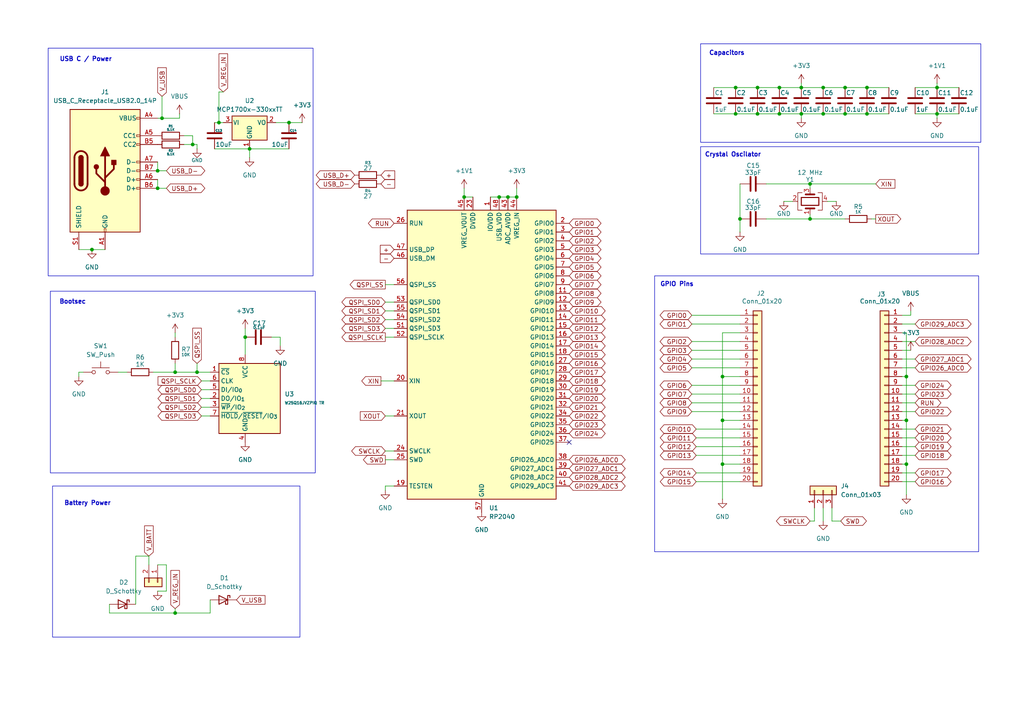
<source format=kicad_sch>
(kicad_sch (version 20250114) (generator "eeschema") (generator_version "9.0")
  (paper "A4")
  (lib_symbols
    (symbol "Connector:USB_C_Receptacle_USB2.0_14P" (pin_names (offset 1.016))
      (property "Reference" "J" (at 0 22.225 0))
      (property "Value" "USB_C_Receptacle_USB2.0_14P" (at 0 19.685 0))
      (symbol "USB_C_Receptacle_USB2.0_14P_1_1"
        (pin passive line (at -7.62 -22.86 90) (length 5.08) (name "SHIELD") (number "S1"))
        (pin passive line (at 0 -22.86 90) (length 5.08) (name "GND") (number "A1"))
        (pin passive line (at 0 -22.86 90) (length 5.08) (hide yes) (name "GND") (number "A12"))
        (pin passive line (at 0 -22.86 90) (length 5.08) (hide yes) (name "GND") (number "B1"))
        (pin passive line (at 0 -22.86 90) (length 5.08) (hide yes) (name "GND") (number "B12"))
        (pin passive line (at 15.24 15.24 180) (length 5.08) (name "VBUS") (number "A4"))
        (pin passive line (at 15.24 15.24 180) (length 5.08) (hide yes) (name "VBUS") (number "A9"))
        (pin passive line (at 15.24 15.24 180) (length 5.08) (hide yes) (name "VBUS") (number "B4"))
        (pin passive line (at 15.24 15.24 180) (length 5.08) (hide yes) (name "VBUS") (number "B9"))
        (pin bidirectional line (at 15.24 10.16 180) (length 5.08) (name "CC1") (number "A5"))
        (pin bidirectional line (at 15.24 7.62 180) (length 5.08) (name "CC2") (number "B5"))
        (pin bidirectional line (at 15.24 2.54 180) (length 5.08) (name "D-") (number "A7"))
        (pin bidirectional line (at 15.24 0 180) (length 5.08) (name "D-") (number "B7"))
        (pin bidirectional line (at 15.24 -2.54 180) (length 5.08) (name "D+") (number "A6"))
        (pin bidirectional line (at 15.24 -5.08 180) (length 5.08) (name "D+") (number "B6"))
      )
    )
    (symbol "Connector_Generic:Conn_01x02" (pin_names (offset 1.016) (hide yes))
      (property "Reference" "J" (at 0 2.54 0))
      (property "Value" "Conn_01x02" (at 0 -5.08 0))
      (symbol "Conn_01x02_1_1"
        (pin passive line (at -5.08 0 0) (length 3.81) (name "Pin_1") (number "1"))
        (pin passive line (at -5.08 -2.54 0) (length 3.81) (name "Pin_2") (number "2"))
      )
    )
    (symbol "Connector_Generic:Conn_01x03" (pin_names (offset 1.016) (hide yes))
      (property "Reference" "J" (at 0 5.08 0))
      (property "Value" "Conn_01x03" (at 0 -5.08 0))
      (symbol "Conn_01x03_1_1"
        (pin passive line (at -5.08 2.54 0) (length 3.81) (name "Pin_1") (number "1"))
        (pin passive line (at -5.08 0 0) (length 3.81) (name "Pin_2") (number "2"))
        (pin passive line (at -5.08 -2.54 0) (length 3.81) (name "Pin_3") (number "3"))
      )
    )
    (symbol "Connector_Generic:Conn_01x20" (pin_names (offset 1.016) (hide yes))
      (property "Reference" "J" (at 0 25.4 0))
      (property "Value" "Conn_01x20" (at 0 -27.94 0))
      (symbol "Conn_01x20_1_1"
        (pin passive line (at -5.08 22.86 0) (length 3.81) (name "Pin_1") (number "1"))
        (pin passive line (at -5.08 20.32 0) (length 3.81) (name "Pin_2") (number "2"))
        (pin passive line (at -5.08 17.78 0) (length 3.81) (name "Pin_3") (number "3"))
        (pin passive line (at -5.08 15.24 0) (length 3.81) (name "Pin_4") (number "4"))
        (pin passive line (at -5.08 12.7 0) (length 3.81) (name "Pin_5") (number "5"))
        (pin passive line (at -5.08 10.16 0) (length 3.81) (name "Pin_6") (number "6"))
        (pin passive line (at -5.08 7.62 0) (length 3.81) (name "Pin_7") (number "7"))
        (pin passive line (at -5.08 5.08 0) (length 3.81) (name "Pin_8") (number "8"))
        (pin passive line (at -5.08 2.54 0) (length 3.81) (name "Pin_9") (number "9"))
        (pin passive line (at -5.08 0 0) (length 3.81) (name "Pin_10") (number "10"))
        (pin passive line (at -5.08 -2.54 0) (length 3.81) (name "Pin_11") (number "11"))
        (pin passive line (at -5.08 -5.08 0) (length 3.81) (name "Pin_12") (number "12"))
        (pin passive line (at -5.08 -7.62 0) (length 3.81) (name "Pin_13") (number "13"))
        (pin passive line (at -5.08 -10.16 0) (length 3.81) (name "Pin_14") (number "14"))
        (pin passive line (at -5.08 -12.7 0) (length 3.81) (name "Pin_15") (number "15"))
        (pin passive line (at -5.08 -15.24 0) (length 3.81) (name "Pin_16") (number "16"))
        (pin passive line (at -5.08 -17.78 0) (length 3.81) (name "Pin_17") (number "17"))
        (pin passive line (at -5.08 -20.32 0) (length 3.81) (name "Pin_18") (number "18"))
        (pin passive line (at -5.08 -22.86 0) (length 3.81) (name "Pin_19") (number "19"))
        (pin passive line (at -5.08 -25.4 0) (length 3.81) (name "Pin_20") (number "20"))
      )
    )
    (symbol "Device:C" (pin_numbers (hide yes)) (pin_names (offset 0.254))
      (property "Reference" "C" (at 0.635 2.54 0))
      (property "Value" "C" (at 0.635 -2.54 0))
      (symbol "C_1_1"
        (pin passive line (at 0 3.81 270) (length 2.794) (name "~") (number "1"))
        (pin passive line (at 0 -3.81 90) (length 2.794) (name "~") (number "2"))
      )
    )
    (symbol "Device:Crystal_GND24" (pin_names (offset 1.016) (hide yes))
      (property "Reference" "Y" (at 3.175 5.08 0))
      (property "Value" "Crystal_GND24" (at 3.175 3.175 0))
      (symbol "Crystal_GND24_1_1"
        (pin passive line (at -3.81 0 0) (length 1.27) (name "1") (number "1"))
        (pin passive line (at 0 5.08 270) (length 1.27) (name "2") (number "2"))
        (pin passive line (at 0 -5.08 90) (length 1.27) (name "4") (number "4"))
        (pin passive line (at 3.81 0 180) (length 1.27) (name "3") (number "3"))
      )
    )
    (symbol "Device:D_Schottky" (pin_numbers (hide yes)) (pin_names (offset 1.016) (hide yes))
      (property "Reference" "D" (at 0 2.54 0))
      (property "Value" "D_Schottky" (at 0 -2.54 0))
      (symbol "D_Schottky_1_1"
        (pin passive line (at -3.81 0 0) (length 2.54) (name "K") (number "1"))
        (pin passive line (at 3.81 0 180) (length 2.54) (name "A") (number "2"))
      )
    )
    (symbol "Device:R" (pin_numbers (hide yes)) (pin_names (offset 0))
      (property "Reference" "R" (at 2.032 0 90))
      (property "Value" "R" (at 0 0 90))
      (symbol "R_1_1"
        (pin passive line (at 0 3.81 270) (length 1.27) (name "~") (number "1"))
        (pin passive line (at 0 -3.81 90) (length 1.27) (name "~") (number "2"))
      )
    )
    (symbol "MCU_RaspberryPi:RP2040"
      (property "Reference" "U" (at 17.78 45.72 0))
      (property "Value" "RP2040" (at 17.78 43.18 0))
      (symbol "RP2040_1_1"
        (pin input line (at -25.4 38.1 0) (length 3.81) (name "RUN") (number "26"))
        (pin bidirectional line (at -25.4 30.48 0) (length 3.81) (name "USB_DP") (number "47"))
        (pin bidirectional line (at -25.4 27.94 0) (length 3.81) (name "USB_DM") (number "46"))
        (pin bidirectional line (at -25.4 20.32 0) (length 3.81) (name "QSPI_SS") (number "56"))
        (pin bidirectional line (at -25.4 15.24 0) (length 3.81) (name "QSPI_SD0") (number "53"))
        (pin bidirectional line (at -25.4 12.7 0) (length 3.81) (name "QSPI_SD1") (number "55"))
        (pin bidirectional line (at -25.4 10.16 0) (length 3.81) (name "QSPI_SD2") (number "54"))
        (pin bidirectional line (at -25.4 7.62 0) (length 3.81) (name "QSPI_SD3") (number "51"))
        (pin output line (at -25.4 5.08 0) (length 3.81) (name "QSPI_SCLK") (number "52"))
        (pin input line (at -25.4 -7.62 0) (length 3.81) (name "XIN") (number "20"))
        (pin passive line (at -25.4 -17.78 0) (length 3.81) (name "XOUT") (number "21"))
        (pin input line (at -25.4 -27.94 0) (length 3.81) (name "SWCLK") (number "24"))
        (pin bidirectional line (at -25.4 -30.48 0) (length 3.81) (name "SWD") (number "25"))
        (pin input line (at -25.4 -38.1 0) (length 3.81) (name "TESTEN") (number "19"))
        (pin power_out line (at -5.08 45.72 270) (length 3.81) (name "VREG_VOUT") (number "45"))
        (pin power_in line (at -2.54 45.72 270) (length 3.81) (name "DVDD") (number "23"))
        (pin passive line (at -2.54 45.72 270) (length 3.81) (hide yes) (name "DVDD") (number "50"))
        (pin power_in line (at 0 -45.72 90) (length 3.81) (name "GND") (number "57"))
        (pin power_in line (at 2.54 45.72 270) (length 3.81) (name "IOVDD") (number "1"))
        (pin passive line (at 2.54 45.72 270) (length 3.81) (hide yes) (name "IOVDD") (number "10"))
        (pin passive line (at 2.54 45.72 270) (length 3.81) (hide yes) (name "IOVDD") (number "22"))
        (pin passive line (at 2.54 45.72 270) (length 3.81) (hide yes) (name "IOVDD") (number "33"))
        (pin passive line (at 2.54 45.72 270) (length 3.81) (hide yes) (name "IOVDD") (number "42"))
        (pin passive line (at 2.54 45.72 270) (length 3.81) (hide yes) (name "IOVDD") (number "49"))
        (pin power_in line (at 5.08 45.72 270) (length 3.81) (name "USB_VDD") (number "48"))
        (pin power_in line (at 7.62 45.72 270) (length 3.81) (name "ADC_AVDD") (number "43"))
        (pin power_in line (at 10.16 45.72 270) (length 3.81) (name "VREG_IN") (number "44"))
        (pin bidirectional line (at 25.4 38.1 180) (length 3.81) (name "GPIO0") (number "2"))
        (pin bidirectional line (at 25.4 35.56 180) (length 3.81) (name "GPIO1") (number "3"))
        (pin bidirectional line (at 25.4 33.02 180) (length 3.81) (name "GPIO2") (number "4"))
        (pin bidirectional line (at 25.4 30.48 180) (length 3.81) (name "GPIO3") (number "5"))
        (pin bidirectional line (at 25.4 27.94 180) (length 3.81) (name "GPIO4") (number "6"))
        (pin bidirectional line (at 25.4 25.4 180) (length 3.81) (name "GPIO5") (number "7"))
        (pin bidirectional line (at 25.4 22.86 180) (length 3.81) (name "GPIO6") (number "8"))
        (pin bidirectional line (at 25.4 20.32 180) (length 3.81) (name "GPIO7") (number "9"))
        (pin bidirectional line (at 25.4 17.78 180) (length 3.81) (name "GPIO8") (number "11"))
        (pin bidirectional line (at 25.4 15.24 180) (length 3.81) (name "GPIO9") (number "12"))
        (pin bidirectional line (at 25.4 12.7 180) (length 3.81) (name "GPIO10") (number "13"))
        (pin bidirectional line (at 25.4 10.16 180) (length 3.81) (name "GPIO11") (number "14"))
        (pin bidirectional line (at 25.4 7.62 180) (length 3.81) (name "GPIO12") (number "15"))
        (pin bidirectional line (at 25.4 5.08 180) (length 3.81) (name "GPIO13") (number "16"))
        (pin bidirectional line (at 25.4 2.54 180) (length 3.81) (name "GPIO14") (number "17"))
        (pin bidirectional line (at 25.4 0 180) (length 3.81) (name "GPIO15") (number "18"))
        (pin bidirectional line (at 25.4 -2.54 180) (length 3.81) (name "GPIO16") (number "27"))
        (pin bidirectional line (at 25.4 -5.08 180) (length 3.81) (name "GPIO17") (number "28"))
        (pin bidirectional line (at 25.4 -7.62 180) (length 3.81) (name "GPIO18") (number "29"))
        (pin bidirectional line (at 25.4 -10.16 180) (length 3.81) (name "GPIO19") (number "30"))
        (pin bidirectional line (at 25.4 -12.7 180) (length 3.81) (name "GPIO20") (number "31"))
        (pin bidirectional line (at 25.4 -15.24 180) (length 3.81) (name "GPIO21") (number "32"))
        (pin bidirectional line (at 25.4 -17.78 180) (length 3.81) (name "GPIO22") (number "34"))
        (pin bidirectional line (at 25.4 -20.32 180) (length 3.81) (name "GPIO23") (number "35"))
        (pin bidirectional line (at 25.4 -22.86 180) (length 3.81) (name "GPIO24") (number "36"))
        (pin bidirectional line (at 25.4 -25.4 180) (length 3.81) (name "GPIO25") (number "37"))
        (pin bidirectional line (at 25.4 -30.48 180) (length 3.81) (name "GPIO26_ADC0") (number "38"))
        (pin bidirectional line (at 25.4 -33.02 180) (length 3.81) (name "GPIO27_ADC1") (number "39"))
        (pin bidirectional line (at 25.4 -35.56 180) (length 3.81) (name "GPIO28_ADC2") (number "40"))
        (pin bidirectional line (at 25.4 -38.1 180) (length 3.81) (name "GPIO29_ADC3") (number "41"))
      )
    )
    (symbol "Memory_Flash:W25Q128JVS"
      (property "Reference" "U" (at -6.35 11.43 0))
      (property "Value" "W25Q128JVS" (at 7.62 11.43 0))
      (symbol "W25Q128JVS_1_1"
        (pin input line (at -10.16 7.62 0) (length 2.54) (name "~{CS}") (number "1"))
        (pin input line (at -10.16 5.08 0) (length 2.54) (name "CLK") (number "6"))
        (pin bidirectional line (at -10.16 2.54 0) (length 2.54) (name "DI/IO_{0}") (number "5"))
        (pin bidirectional line (at -10.16 0 0) (length 2.54) (name "DO/IO_{1}") (number "2"))
        (pin bidirectional line (at -10.16 -2.54 0) (length 2.54) (name "~{WP}/IO_{2}") (number "3"))
        (pin bidirectional line (at -10.16 -5.08 0) (length 2.54) (name "~{HOLD}/~{RESET}/IO_{3}") (number "7"))
        (pin power_in line (at 0 12.7 270) (length 2.54) (name "VCC") (number "8"))
        (pin power_in line (at 0 -12.7 90) (length 2.54) (name "GND") (number "4"))
      )
    )
    (symbol "Regulator_Linear:MCP1700x-330xxTT" (pin_names (offset 0.254))
      (property "Reference" "U" (at -3.81 3.175 0))
      (property "Value" "MCP1700x-330xxTT" (at 0 3.175 0))
      (symbol "MCP1700x-330xxTT_1_1"
        (pin power_in line (at -7.62 0 0) (length 2.54) (name "VI") (number "3"))
        (pin power_in line (at 0 -7.62 90) (length 2.54) (name "GND") (number "1"))
        (pin power_out line (at 7.62 0 180) (length 2.54) (name "VO") (number "2"))
      )
    )
    (symbol "Switch:SW_Push" (pin_numbers (hide yes)) (pin_names (offset 1.016) (hide yes))
      (property "Reference" "SW" (at 1.27 2.54 0))
      (property "Value" "SW_Push" (at 0 -1.524 0))
      (symbol "SW_Push_0_1"
        (pin passive line (at -5.08 0 0) (length 2.54) (name "1") (number "1"))
        (pin passive line (at 5.08 0 180) (length 2.54) (name "2") (number "2"))
      )
    )
    (symbol "power:+1V1" (power) (pin_numbers (hide yes)) (pin_names (offset 0) (hide yes))
      (property "Value" "+1V1" (at 0 3.556 0))
      (symbol "+1V1_1_1"
        (pin power_in line (at 0 0 90) (length 0) (name "~") (number "1"))
      )
    )
    (symbol "power:+3V3" (power) (pin_numbers (hide yes)) (pin_names (offset 0) (hide yes))
      (property "Value" "+3V3" (at 0 3.556 0))
      (symbol "+3V3_1_1"
        (pin power_in line (at 0 0 90) (length 0) (name "~") (number "1"))
      )
    )
    (symbol "power:GND" (power) (pin_numbers (hide yes)) (pin_names (offset 0) (hide yes))
      (property "Value" "GND" (at 0 -3.81 0))
      (symbol "GND_1_1"
        (pin power_in line (at 0 0 270) (length 0) (name "~") (number "1"))
      )
    )
    (symbol "power:VBUS" (power) (pin_numbers (hide yes)) (pin_names (offset 0) (hide yes))
      (property "Value" "VBUS" (at 0 3.556 0))
      (symbol "VBUS_1_1"
        (pin power_in line (at 0 0 90) (length 0) (name "~") (number "1"))
      )
    )
  )
  (rectangle (start 13.97 13.97) (end 90.805 80.01))
  (rectangle (start 14.605 84.455) (end 91.44 137.16))
  (rectangle (start 15.24 140.97) (end 86.995 184.785))
  (rectangle (start 203.2 42.545) (end 283.845 73.66))
  (rectangle (start 203.2 12.7) (end 284.48 41.275))
  (rectangle (start 189.865 80.01) (end 283.845 160.02))
  (text "GPIO Pins" (at 196.342 82.55 0) (effects (font (size 1.27 1.27) (thickness 0.254) (bold yes))))
  (text "USB C / Power" (at 24.892 17.272 0) (effects (font (size 1.27 1.27) (thickness 0.254) (bold yes))))
  (text "Crystal Oscilator" (at 212.598 44.958 0) (effects (font (size 1.27 1.27) (thickness 0.254) (bold yes))))
  (text "Capacitors" (at 210.82 15.494 0) (effects (font (size 1.27 1.27) (thickness 0.254) (bold yes))))
  (text "Bootsec" (at 21.082 87.63 0) (effects (font (size 1.27 1.27) (thickness 0.254) (bold yes))))
  (text "Battery Power" (at 25.4 146.05 0) (effects (font (size 1.27 1.27) (thickness 0.254) (bold yes))))
  (junction (at 55.88 41.91))
  (junction (at 213.36 33.02))
  (junction (at 234.95 53.34))
  (junction (at 57.15 107.95))
  (junction (at 144.78 57.15))
  (junction (at 219.71 33.02))
  (junction (at 83.82 35.56))
  (junction (at 234.95 63.5))
  (junction (at 213.36 25.4))
  (junction (at 238.76 25.4))
  (junction (at 63.5 35.56))
  (junction (at 46.99 34.29))
  (junction (at 251.46 25.4))
  (junction (at 45.72 49.53))
  (junction (at 214.63 63.5))
  (junction (at 134.62 57.15))
  (junction (at 232.41 25.4))
  (junction (at 262.89 121.92))
  (junction (at 262.89 134.62))
  (junction (at 245.11 25.4))
  (junction (at 251.46 33.02))
  (junction (at 71.12 97.79))
  (junction (at 271.78 25.4))
  (junction (at 226.06 25.4))
  (junction (at 262.89 109.22))
  (junction (at 45.72 54.61))
  (junction (at 226.06 33.02))
  (junction (at 232.41 33.02))
  (junction (at 50.8 177.8))
  (junction (at 245.11 33.02))
  (junction (at 149.86 57.15))
  (junction (at 26.67 72.39))
  (junction (at 50.8 107.95))
  (junction (at 147.32 57.15))
  (junction (at 238.76 33.02))
  (junction (at 219.71 25.4))
  (junction (at 209.55 121.92))
  (junction (at 72.39 43.18))
  (junction (at 209.55 134.62))
  (junction (at 271.78 33.02))
  (junction (at 209.55 109.22))
  (no_connect (at 165.1 128.27))
  (wire (pts (xy 81.28 97.79) (xy 81.28 100.33)))
  (wire (pts (xy 200.66 101.6) (xy 214.63 101.6)))
  (wire (pts (xy 200.66 114.3) (xy 214.63 114.3)))
  (wire (pts (xy 234.95 53.34) (xy 254 53.34)))
  (wire (pts (xy 71.12 97.79) (xy 71.12 102.87)))
  (wire (pts (xy 200.66 116.84) (xy 214.63 116.84)))
  (wire (pts (xy 261.62 121.92) (xy 262.89 121.92)))
  (wire (pts (xy 207.01 33.02) (xy 213.36 33.02)))
  (wire (pts (xy 31.75 177.8) (xy 50.8 177.8)))
  (wire (pts (xy 50.8 107.95) (xy 57.15 107.95)))
  (wire (pts (xy 147.32 57.15) (xy 149.86 57.15)))
  (wire (pts (xy 261.62 96.52) (xy 262.89 96.52)))
  (wire (pts (xy 22.86 107.95) (xy 22.86 109.22)))
  (wire (pts (xy 46.99 27.94) (xy 46.99 34.29)))
  (wire (pts (xy 232.41 33.02) (xy 238.76 33.02)))
  (wire (pts (xy 241.3 147.32) (xy 241.3 151.13)))
  (wire (pts (xy 201.93 127) (xy 214.63 127)))
  (wire (pts (xy 63.5 26.67) (xy 64.77 26.67)))
  (wire (pts (xy 226.06 33.02) (xy 232.41 33.02)))
  (wire (pts (xy 234.95 63.5) (xy 222.25 63.5)))
  (wire (pts (xy 209.55 96.52) (xy 209.55 109.22)))
  (wire (pts (xy 80.01 35.56) (xy 83.82 35.56)))
  (wire (pts (xy 200.66 106.68) (xy 214.63 106.68)))
  (wire (pts (xy 111.76 133.35) (xy 114.3 133.35)))
  (wire (pts (xy 134.62 54.61) (xy 134.62 57.15)))
  (wire (pts (xy 58.42 118.11) (xy 60.96 118.11)))
  (wire (pts (xy 78.74 97.79) (xy 81.28 97.79)))
  (wire (pts (xy 261.62 132.08) (xy 265.43 132.08)))
  (wire (pts (xy 53.34 39.37) (xy 55.88 39.37)))
  (wire (pts (xy 24.13 107.95) (xy 22.86 107.95)))
  (wire (pts (xy 200.66 91.44) (xy 214.63 91.44)))
  (wire (pts (xy 264.16 90.17) (xy 264.16 91.44)))
  (wire (pts (xy 201.93 124.46) (xy 214.63 124.46)))
  (wire (pts (xy 262.89 121.92) (xy 262.89 134.62)))
  (wire (pts (xy 45.72 52.07) (xy 45.72 54.61)))
  (wire (pts (xy 245.11 25.4) (xy 251.46 25.4)))
  (wire (pts (xy 236.22 147.32) (xy 236.22 151.13)))
  (wire (pts (xy 55.88 41.91) (xy 57.15 41.91)))
  (wire (pts (xy 241.3 151.13) (xy 243.84 151.13)))
  (wire (pts (xy 111.76 97.79) (xy 114.3 97.79)))
  (wire (pts (xy 111.76 120.65) (xy 114.3 120.65)))
  (wire (pts (xy 236.22 151.13) (xy 234.95 151.13)))
  (wire (pts (xy 271.78 33.02) (xy 278.13 33.02)))
  (wire (pts (xy 58.42 113.03) (xy 60.96 113.03)))
  (wire (pts (xy 234.95 53.34) (xy 234.95 54.61)))
  (wire (pts (xy 46.99 34.29) (xy 52.07 34.29)))
  (wire (pts (xy 251.46 25.4) (xy 257.81 25.4)))
  (wire (pts (xy 227.33 58.42) (xy 229.87 58.42)))
  (wire (pts (xy 50.8 177.8) (xy 60.96 177.8)))
  (wire (pts (xy 261.62 137.16) (xy 265.43 137.16)))
  (wire (pts (xy 213.36 33.02) (xy 219.71 33.02)))
  (wire (pts (xy 234.95 62.23) (xy 234.95 63.5)))
  (wire (pts (xy 271.78 24.13) (xy 271.78 25.4)))
  (wire (pts (xy 71.12 95.25) (xy 71.12 97.79)))
  (wire (pts (xy 43.18 161.29) (xy 43.18 163.83)))
  (wire (pts (xy 207.01 25.4) (xy 213.36 25.4)))
  (wire (pts (xy 45.72 54.61) (xy 48.26 54.61)))
  (wire (pts (xy 261.62 116.84) (xy 265.43 116.84)))
  (wire (pts (xy 261.62 104.14) (xy 265.43 104.14)))
  (wire (pts (xy 264.16 91.44) (xy 261.62 91.44)))
  (wire (pts (xy 219.71 25.4) (xy 226.06 25.4)))
  (wire (pts (xy 57.15 107.95) (xy 60.96 107.95)))
  (wire (pts (xy 43.18 161.29) (xy 39.37 161.29)))
  (wire (pts (xy 232.41 24.13) (xy 232.41 25.4)))
  (wire (pts (xy 62.23 43.18) (xy 72.39 43.18)))
  (wire (pts (xy 57.15 41.91) (xy 57.15 43.18)))
  (wire (pts (xy 62.23 35.56) (xy 63.5 35.56)))
  (wire (pts (xy 45.72 163.83) (xy 48.26 163.83)))
  (wire (pts (xy 142.24 57.15) (xy 144.78 57.15)))
  (wire (pts (xy 201.93 132.08) (xy 214.63 132.08)))
  (wire (pts (xy 63.5 35.56) (xy 64.77 35.56)))
  (wire (pts (xy 261.62 99.06) (xy 265.43 99.06)))
  (wire (pts (xy 22.86 72.39) (xy 26.67 72.39)))
  (wire (pts (xy 111.76 82.55) (xy 114.3 82.55)))
  (wire (pts (xy 58.42 110.49) (xy 60.96 110.49)))
  (wire (pts (xy 83.82 35.56) (xy 87.63 35.56)))
  (wire (pts (xy 209.55 109.22) (xy 209.55 121.92)))
  (wire (pts (xy 261.62 127) (xy 265.43 127)))
  (wire (pts (xy 262.89 134.62) (xy 262.89 143.51)))
  (wire (pts (xy 262.89 109.22) (xy 262.89 121.92)))
  (wire (pts (xy 48.26 163.83) (xy 48.26 171.45)))
  (wire (pts (xy 262.89 96.52) (xy 262.89 109.22)))
  (wire (pts (xy 134.62 57.15) (xy 137.16 57.15)))
  (wire (pts (xy 39.37 161.29) (xy 39.37 175.26)))
  (wire (pts (xy 111.76 140.97) (xy 111.76 142.24)))
  (wire (pts (xy 44.45 107.95) (xy 50.8 107.95)))
  (wire (pts (xy 50.8 96.52) (xy 50.8 97.79)))
  (wire (pts (xy 209.55 134.62) (xy 214.63 134.62)))
  (wire (pts (xy 261.62 101.6) (xy 264.16 101.6)))
  (wire (pts (xy 261.62 93.98) (xy 265.43 93.98)))
  (wire (pts (xy 240.03 58.42) (xy 242.57 58.42)))
  (wire (pts (xy 245.11 33.02) (xy 251.46 33.02)))
  (wire (pts (xy 26.67 72.39) (xy 30.48 72.39)))
  (wire (pts (xy 261.62 111.76) (xy 265.43 111.76)))
  (wire (pts (xy 34.29 107.95) (xy 36.83 107.95)))
  (wire (pts (xy 200.66 111.76) (xy 214.63 111.76)))
  (wire (pts (xy 111.76 87.63) (xy 114.3 87.63)))
  (wire (pts (xy 50.8 176.53) (xy 50.8 177.8)))
  (wire (pts (xy 201.93 137.16) (xy 214.63 137.16)))
  (wire (pts (xy 214.63 63.5) (xy 214.63 67.31)))
  (wire (pts (xy 271.78 33.02) (xy 271.78 34.29)))
  (wire (pts (xy 261.62 124.46) (xy 265.43 124.46)))
  (wire (pts (xy 226.06 25.4) (xy 232.41 25.4)))
  (wire (pts (xy 111.76 90.17) (xy 114.3 90.17)))
  (wire (pts (xy 63.5 26.67) (xy 63.5 35.56)))
  (wire (pts (xy 222.25 53.34) (xy 234.95 53.34)))
  (wire (pts (xy 252.73 63.5) (xy 254 63.5)))
  (wire (pts (xy 55.88 41.91) (xy 53.34 41.91)))
  (wire (pts (xy 200.66 119.38) (xy 214.63 119.38)))
  (wire (pts (xy 72.39 45.72) (xy 72.39 43.18)))
  (wire (pts (xy 200.66 104.14) (xy 214.63 104.14)))
  (wire (pts (xy 45.72 34.29) (xy 46.99 34.29)))
  (wire (pts (xy 219.71 33.02) (xy 226.06 33.02)))
  (wire (pts (xy 144.78 57.15) (xy 147.32 57.15)))
  (wire (pts (xy 57.15 105.41) (xy 57.15 107.95)))
  (wire (pts (xy 58.42 115.57) (xy 60.96 115.57)))
  (wire (pts (xy 265.43 33.02) (xy 271.78 33.02)))
  (wire (pts (xy 238.76 25.4) (xy 245.11 25.4)))
  (wire (pts (xy 149.86 54.61) (xy 149.86 57.15)))
  (wire (pts (xy 209.55 121.92) (xy 214.63 121.92)))
  (wire (pts (xy 111.76 130.81) (xy 114.3 130.81)))
  (wire (pts (xy 232.41 25.4) (xy 238.76 25.4)))
  (wire (pts (xy 45.72 49.53) (xy 48.26 49.53)))
  (wire (pts (xy 55.88 39.37) (xy 55.88 41.91)))
  (wire (pts (xy 214.63 96.52) (xy 209.55 96.52)))
  (wire (pts (xy 213.36 25.4) (xy 219.71 25.4)))
  (wire (pts (xy 114.3 140.97) (xy 111.76 140.97)))
  (wire (pts (xy 200.66 93.98) (xy 214.63 93.98)))
  (wire (pts (xy 265.43 25.4) (xy 271.78 25.4)))
  (wire (pts (xy 209.55 121.92) (xy 209.55 134.62)))
  (wire (pts (xy 261.62 129.54) (xy 265.43 129.54)))
  (wire (pts (xy 261.62 139.7) (xy 265.43 139.7)))
  (wire (pts (xy 72.39 43.18) (xy 83.82 43.18)))
  (wire (pts (xy 50.8 105.41) (xy 50.8 107.95)))
  (wire (pts (xy 261.62 109.22) (xy 262.89 109.22)))
  (wire (pts (xy 209.55 109.22) (xy 214.63 109.22)))
  (wire (pts (xy 201.93 139.7) (xy 214.63 139.7)))
  (wire (pts (xy 209.55 134.62) (xy 209.55 144.78)))
  (wire (pts (xy 251.46 33.02) (xy 257.81 33.02)))
  (wire (pts (xy 45.72 46.99) (xy 45.72 49.53)))
  (wire (pts (xy 214.63 53.34) (xy 214.63 63.5)))
  (wire (pts (xy 271.78 25.4) (xy 278.13 25.4)))
  (wire (pts (xy 261.62 106.68) (xy 265.43 106.68)))
  (wire (pts (xy 261.62 114.3) (xy 265.43 114.3)))
  (wire (pts (xy 48.26 171.45) (xy 45.72 171.45)))
  (wire (pts (xy 261.62 119.38) (xy 265.43 119.38)))
  (wire (pts (xy 238.76 147.32) (xy 238.76 151.13)))
  (wire (pts (xy 52.07 33.02) (xy 52.07 34.29)))
  (wire (pts (xy 111.76 95.25) (xy 114.3 95.25)))
  (wire (pts (xy 60.96 177.8) (xy 60.96 173.99)))
  (wire (pts (xy 234.95 63.5) (xy 245.11 63.5)))
  (wire (pts (xy 261.62 134.62) (xy 262.89 134.62)))
  (wire (pts (xy 58.42 120.65) (xy 60.96 120.65)))
  (wire (pts (xy 201.93 129.54) (xy 214.63 129.54)))
  (wire (pts (xy 111.76 92.71) (xy 114.3 92.71)))
  (wire (pts (xy 238.76 33.02) (xy 245.11 33.02)))
  (wire (pts (xy 31.75 175.26) (xy 31.75 177.8)))
  (wire (pts (xy 200.66 99.06) (xy 214.63 99.06)))
  (wire (pts (xy 232.41 33.02) (xy 232.41 34.29)))
  (wire (pts (xy 110.49 110.49) (xy 114.3 110.49)))
  (global_label "GPIO4" (shape bidirectional) (at 200.66 104.14 180) (property "Intersheetrefs" "${INTERSHEET_REFS}" (effects (hide yes))))
  (global_label "QSPI_SD3" (shape bidirectional) (at 111.76 95.25 180) (property "Intersheetrefs" "${INTERSHEET_REFS}" (effects (hide yes))))
  (global_label "GPIO28_ADC2" (shape bidirectional) (at 265.43 99.06 0) (property "Intersheetrefs" "${INTERSHEET_REFS}" (effects (hide yes))))
  (global_label "-" (shape input) (at 114.3 74.93 180) (property "Intersheetrefs" "${INTERSHEET_REFS}" (effects (hide yes))))
  (global_label "QSPI_SD0" (shape bidirectional) (at 58.42 113.03 180) (property "Intersheetrefs" "${INTERSHEET_REFS}" (effects (hide yes))))
  (global_label "GPIO5" (shape bidirectional) (at 200.66 106.68 180) (property "Intersheetrefs" "${INTERSHEET_REFS}" (effects (hide yes))))
  (global_label "GPIO23" (shape bidirectional) (at 265.43 114.3 0) (property "Intersheetrefs" "${INTERSHEET_REFS}" (effects (hide yes))))
  (global_label "GPIO18" (shape bidirectional) (at 265.43 132.08 0) (property "Intersheetrefs" "${INTERSHEET_REFS}" (effects (hide yes))))
  (global_label "GPIO26_ADC0" (shape bidirectional) (at 265.43 106.68 0) (property "Intersheetrefs" "${INTERSHEET_REFS}" (effects (hide yes))))
  (global_label "GPIO12" (shape bidirectional) (at 201.93 129.54 180) (property "Intersheetrefs" "${INTERSHEET_REFS}" (effects (hide yes))))
  (global_label "SWD" (shape bidirectional) (at 243.84 151.13 0) (property "Intersheetrefs" "${INTERSHEET_REFS}" (effects (hide yes))))
  (global_label "+" (shape input) (at 110.49 50.8 0) (property "Intersheetrefs" "${INTERSHEET_REFS}" (effects (hide yes))))
  (global_label "QSPI_SD1" (shape bidirectional) (at 58.42 115.57 180) (property "Intersheetrefs" "${INTERSHEET_REFS}" (effects (hide yes))))
  (global_label "GPIO20" (shape bidirectional) (at 265.43 127 0) (property "Intersheetrefs" "${INTERSHEET_REFS}" (effects (hide yes))))
  (global_label "XIN" (shape input) (at 254 53.34 0) (property "Intersheetrefs" "${INTERSHEET_REFS}" (effects (hide yes))))
  (global_label "GPIO15" (shape bidirectional) (at 201.93 139.7 180) (property "Intersheetrefs" "${INTERSHEET_REFS}" (effects (hide yes))))
  (global_label "GPIO3" (shape bidirectional) (at 200.66 101.6 180) (property "Intersheetrefs" "${INTERSHEET_REFS}" (effects (hide yes))))
  (global_label "GPIO1" (shape bidirectional) (at 200.66 93.98 180) (property "Intersheetrefs" "${INTERSHEET_REFS}" (effects (hide yes))))
  (global_label "GPIO0" (shape bidirectional) (at 200.66 91.44 180) (property "Intersheetrefs" "${INTERSHEET_REFS}" (effects (hide yes))))
  (global_label "+" (shape input) (at 114.3 72.39 180) (property "Intersheetrefs" "${INTERSHEET_REFS}" (effects (hide yes))))
  (global_label "GPIO9" (shape bidirectional) (at 200.66 119.38 180) (property "Intersheetrefs" "${INTERSHEET_REFS}" (effects (hide yes))))
  (global_label "SWCLK" (shape bidirectional) (at 234.95 151.13 180) (property "Intersheetrefs" "${INTERSHEET_REFS}" (effects (hide yes))))
  (global_label "QSPI_SCLK" (shape input) (at 58.42 110.49 180) (property "Intersheetrefs" "${INTERSHEET_REFS}" (effects (hide yes))))
  (global_label "GPIO13" (shape bidirectional) (at 201.93 132.08 180) (property "Intersheetrefs" "${INTERSHEET_REFS}" (effects (hide yes))))
  (global_label "GPIO27_ADC1" (shape bidirectional) (at 165.1 135.89 0) (property "Intersheetrefs" "${INTERSHEET_REFS}" (effects (hide yes))))
  (global_label "GPIO28_ADC2" (shape bidirectional) (at 165.1 138.43 0) (property "Intersheetrefs" "${INTERSHEET_REFS}" (effects (hide yes))))
  (global_label "GPIO29_ADC3" (shape bidirectional) (at 165.1 140.97 0) (property "Intersheetrefs" "${INTERSHEET_REFS}" (effects (hide yes))))
  (global_label "GPIO26_ADC0" (shape bidirectional) (at 165.1 133.35 0) (property "Intersheetrefs" "${INTERSHEET_REFS}" (effects (hide yes))))
  (global_label "GPIO7" (shape bidirectional) (at 165.1 82.55 0) (property "Intersheetrefs" "${INTERSHEET_REFS}" (effects (hide yes))))
  (global_label "GPIO12" (shape bidirectional) (at 165.1 95.25 0) (property "Intersheetrefs" "${INTERSHEET_REFS}" (effects (hide yes))))
  (global_label "GPIO9" (shape bidirectional) (at 165.1 87.63 0) (property "Intersheetrefs" "${INTERSHEET_REFS}" (effects (hide yes))))
  (global_label "GPIO11" (shape bidirectional) (at 165.1 92.71 0) (property "Intersheetrefs" "${INTERSHEET_REFS}" (effects (hide yes))))
  (global_label "GPIO8" (shape bidirectional) (at 165.1 85.09 0) (property "Intersheetrefs" "${INTERSHEET_REFS}" (effects (hide yes))))
  (global_label "GPIO10" (shape bidirectional) (at 165.1 90.17 0) (property "Intersheetrefs" "${INTERSHEET_REFS}" (effects (hide yes))))
  (global_label "GPIO3" (shape bidirectional) (at 165.1 72.39 0) (property "Intersheetrefs" "${INTERSHEET_REFS}" (effects (hide yes))))
  (global_label "GPIO2" (shape bidirectional) (at 165.1 69.85 0) (property "Intersheetrefs" "${INTERSHEET_REFS}" (effects (hide yes))))
  (global_label "GPIO6" (shape bidirectional) (at 165.1 80.01 0) (property "Intersheetrefs" "${INTERSHEET_REFS}" (effects (hide yes))))
  (global_label "GPIO4" (shape bidirectional) (at 165.1 74.93 0) (property "Intersheetrefs" "${INTERSHEET_REFS}" (effects (hide yes))))
  (global_label "GPIO5" (shape bidirectional) (at 165.1 77.47 0) (property "Intersheetrefs" "${INTERSHEET_REFS}" (effects (hide yes))))
  (global_label "GPIO0" (shape bidirectional) (at 165.1 64.77 0) (property "Intersheetrefs" "${INTERSHEET_REFS}" (effects (hide yes))))
  (global_label "GPIO1" (shape bidirectional) (at 165.1 67.31 0) (property "Intersheetrefs" "${INTERSHEET_REFS}" (effects (hide yes))))
  (global_label "GPIO23" (shape bidirectional) (at 165.1 123.19 0) (property "Intersheetrefs" "${INTERSHEET_REFS}" (effects (hide yes))))
  (global_label "GPIO24" (shape bidirectional) (at 165.1 125.73 0) (property "Intersheetrefs" "${INTERSHEET_REFS}" (effects (hide yes))))
  (global_label "GPIO22" (shape bidirectional) (at 165.1 120.65 0) (property "Intersheetrefs" "${INTERSHEET_REFS}" (effects (hide yes))))
  (global_label "GPIO21" (shape bidirectional) (at 165.1 118.11 0) (property "Intersheetrefs" "${INTERSHEET_REFS}" (effects (hide yes))))
  (global_label "GPIO20" (shape bidirectional) (at 165.1 115.57 0) (property "Intersheetrefs" "${INTERSHEET_REFS}" (effects (hide yes))))
  (global_label "GPIO19" (shape bidirectional) (at 165.1 113.03 0) (property "Intersheetrefs" "${INTERSHEET_REFS}" (effects (hide yes))))
  (global_label "GPIO13" (shape bidirectional) (at 165.1 97.79 0) (property "Intersheetrefs" "${INTERSHEET_REFS}" (effects (hide yes))))
  (global_label "GPIO18" (shape bidirectional) (at 165.1 110.49 0) (property "Intersheetrefs" "${INTERSHEET_REFS}" (effects (hide yes))))
  (global_label "GPIO16" (shape bidirectional) (at 165.1 105.41 0) (property "Intersheetrefs" "${INTERSHEET_REFS}" (effects (hide yes))))
  (global_label "GPIO17" (shape bidirectional) (at 165.1 107.95 0) (property "Intersheetrefs" "${INTERSHEET_REFS}" (effects (hide yes))))
  (global_label "GPIO14" (shape bidirectional) (at 165.1 100.33 0) (property "Intersheetrefs" "${INTERSHEET_REFS}" (effects (hide yes))))
  (global_label "GPIO15" (shape bidirectional) (at 165.1 102.87 0) (property "Intersheetrefs" "${INTERSHEET_REFS}" (effects (hide yes))))
  (global_label "GPIO6" (shape bidirectional) (at 200.66 111.76 180) (property "Intersheetrefs" "${INTERSHEET_REFS}" (effects (hide yes))))
  (global_label "USB_D+" (shape bidirectional) (at 102.87 50.8 180) (property "Intersheetrefs" "${INTERSHEET_REFS}" (effects (hide yes))))
  (global_label "GPIO10" (shape bidirectional) (at 201.93 124.46 180) (property "Intersheetrefs" "${INTERSHEET_REFS}" (effects (hide yes))))
  (global_label "GPIO16" (shape bidirectional) (at 265.43 139.7 0) (property "Intersheetrefs" "${INTERSHEET_REFS}" (effects (hide yes))))
  (global_label "V_BATT" (shape input) (at 43.18 161.29 90) (property "Intersheetrefs" "${INTERSHEET_REFS}" (effects (hide yes))))
  (global_label "V_REG_IN" (shape input) (at 64.77 26.67 90) (property "Intersheetrefs" "${INTERSHEET_REFS}" (effects (hide yes))))
  (global_label "SWCLK" (shape bidirectional) (at 111.76 130.81 180) (property "Intersheetrefs" "${INTERSHEET_REFS}" (effects (hide yes))))
  (global_label "SWD" (shape output) (at 111.76 133.35 180) (property "Intersheetrefs" "${INTERSHEET_REFS}" (effects (hide yes))))
  (global_label "GPIO14" (shape bidirectional) (at 201.93 137.16 180) (property "Intersheetrefs" "${INTERSHEET_REFS}" (effects (hide yes))))
  (global_label "XOUT" (shape input) (at 111.76 120.65 180) (property "Intersheetrefs" "${INTERSHEET_REFS}" (effects (hide yes))))
  (global_label "QSPI_SCLK" (shape output) (at 111.76 97.79 180) (property "Intersheetrefs" "${INTERSHEET_REFS}" (effects (hide yes))))
  (global_label "GPIO22" (shape bidirectional) (at 265.43 119.38 0) (property "Intersheetrefs" "${INTERSHEET_REFS}" (effects (hide yes))))
  (global_label "QSPI_SS" (shape output) (at 111.76 82.55 180) (property "Intersheetrefs" "${INTERSHEET_REFS}" (effects (hide yes))))
  (global_label "GPIO24" (shape bidirectional) (at 265.43 111.76 0) (property "Intersheetrefs" "${INTERSHEET_REFS}" (effects (hide yes))))
  (global_label "QSPI_SD2" (shape bidirectional) (at 111.76 92.71 180) (property "Intersheetrefs" "${INTERSHEET_REFS}" (effects (hide yes))))
  (global_label "GPIO21" (shape bidirectional) (at 265.43 124.46 0) (property "Intersheetrefs" "${INTERSHEET_REFS}" (effects (hide yes))))
  (global_label "V_USB" (shape input) (at 46.99 27.94 90) (property "Intersheetrefs" "${INTERSHEET_REFS}" (effects (hide yes))))
  (global_label "RUN" (shape bidirectional) (at 114.3 64.77 180) (property "Intersheetrefs" "${INTERSHEET_REFS}" (effects (hide yes))))
  (global_label "XOUT" (shape output) (at 254 63.5 0) (property "Intersheetrefs" "${INTERSHEET_REFS}" (effects (hide yes))))
  (global_label "RUN" (shape bidirectional) (at 265.43 116.84 0) (property "Intersheetrefs" "${INTERSHEET_REFS}" (effects (hide yes))))
  (global_label "GPIO8" (shape bidirectional) (at 200.66 116.84 180) (property "Intersheetrefs" "${INTERSHEET_REFS}" (effects (hide yes))))
  (global_label "GPIO7" (shape bidirectional) (at 200.66 114.3 180) (property "Intersheetrefs" "${INTERSHEET_REFS}" (effects (hide yes))))
  (global_label "GPIO2" (shape bidirectional) (at 200.66 99.06 180) (property "Intersheetrefs" "${INTERSHEET_REFS}" (effects (hide yes))))
  (global_label "QSPI_SD3" (shape bidirectional) (at 58.42 120.65 180) (property "Intersheetrefs" "${INTERSHEET_REFS}" (effects (hide yes))))
  (global_label "GPIO11" (shape bidirectional) (at 201.93 127 180) (property "Intersheetrefs" "${INTERSHEET_REFS}" (effects (hide yes))))
  (global_label "-" (shape input) (at 110.49 53.34 0) (property "Intersheetrefs" "${INTERSHEET_REFS}" (effects (hide yes))))
  (global_label "GPIO19" (shape bidirectional) (at 265.43 129.54 0) (property "Intersheetrefs" "${INTERSHEET_REFS}" (effects (hide yes))))
  (global_label "USB_D+" (shape bidirectional) (at 48.26 54.61 0) (property "Intersheetrefs" "${INTERSHEET_REFS}" (effects (hide yes))))
  (global_label "V_USB" (shape input) (at 68.58 173.99 0) (property "Intersheetrefs" "${INTERSHEET_REFS}" (effects (hide yes))))
  (global_label "GPIO27_ADC1" (shape bidirectional) (at 265.43 104.14 0) (property "Intersheetrefs" "${INTERSHEET_REFS}" (effects (hide yes))))
  (global_label "V_REG_IN" (shape input) (at 50.8 176.53 90) (property "Intersheetrefs" "${INTERSHEET_REFS}" (effects (hide yes))))
  (global_label "QSPI_SD0" (shape bidirectional) (at 111.76 87.63 180) (property "Intersheetrefs" "${INTERSHEET_REFS}" (effects (hide yes))))
  (global_label "QSPI_SS" (shape input) (at 57.15 105.41 90) (property "Intersheetrefs" "${INTERSHEET_REFS}" (effects (hide yes))))
  (global_label "GPIO29_ADC3" (shape bidirectional) (at 265.43 93.98 0) (property "Intersheetrefs" "${INTERSHEET_REFS}" (effects (hide yes))))
  (global_label "GPIO17" (shape bidirectional) (at 265.43 137.16 0) (property "Intersheetrefs" "${INTERSHEET_REFS}" (effects (hide yes))))
  (global_label "QSPI_SD2" (shape bidirectional) (at 58.42 118.11 180) (property "Intersheetrefs" "${INTERSHEET_REFS}" (effects (hide yes))))
  (global_label "USB_D-" (shape bidirectional) (at 48.26 49.53 0) (property "Intersheetrefs" "${INTERSHEET_REFS}" (effects (hide yes))))
  (global_label "XIN" (shape output) (at 110.49 110.49 180) (property "Intersheetrefs" "${INTERSHEET_REFS}" (effects (hide yes))))
  (global_label "QSPI_SD1" (shape bidirectional) (at 111.76 90.17 180) (property "Intersheetrefs" "${INTERSHEET_REFS}" (effects (hide yes))))
  (global_label "USB_D-" (shape bidirectional) (at 102.87 53.34 180) (property "Intersheetrefs" "${INTERSHEET_REFS}" (effects (hide yes))))
  (symbol (lib_id "Device:C") (at 83.82 39.37 0) (unit 1)
    (property "Reference" "C14" (at 84.074 37.846 0) (effects (font (size 0.635 0.635)) (justify left)))
    (property "Value" "10uF" (at 78.74 41.91 0) (effects (justify left)))
    (property "Footprint" "Capacitor_SMD:C_0402_1005Metric" (effects (hide yes)))
    (property "Description" "Unpolarized capacitor" (effects (hide yes)))
  )
  (symbol (lib_id "power:+3V3") (at 264.16 101.6 0) (unit 1)
    (property "Reference" "#PWR022" (effects (hide yes)))
    (property "Value" "+3V3" (at 264.16 96.52 0))
    (property "Description" "Power symbol creates a global label with name \"+3V3\"" (effects (hide yes)))
  )
  (symbol (lib_id "Device:C") (at 207.01 29.21 0) (unit 1)
    (property "Reference" "C1" (at 207.264 26.924 0) (effects (justify left)))
    (property "Value" "1uF" (at 207.264 31.75 0) (effects (justify left)))
    (property "Footprint" "Capacitor_SMD:C_0402_1005Metric" (effects (hide yes)))
    (property "Description" "Unpolarized capacitor" (effects (hide yes)))
  )
  (symbol (lib_id "power:+3V3") (at 50.8 96.52 0) (unit 1)
    (property "Reference" "#PWR019" (effects (hide yes)))
    (property "Value" "+3V3" (at 50.8 91.44 0))
    (property "Description" "Power symbol creates a global label with name \"+3V3\"" (effects (hide yes)))
  )
  (symbol (lib_id "power:+3V3") (at 71.12 95.25 0) (unit 1)
    (property "Reference" "#PWR016" (effects (hide yes)))
    (property "Value" "+3V3" (at 71.12 90.17 0))
    (property "Description" "Power symbol creates a global label with name \"+3V3\"" (effects (hide yes)))
  )
  (symbol (lib_id "Connector_Generic:Conn_01x20") (at 219.71 114.3 0) (unit 1)
    (property "Reference" "J2" (at 219.456 85.09 0) (effects (justify left)))
    (property "Value" "Conn_01x20" (at 215.138 87.376 0) (effects (justify left)))
    (property "Footprint" "Connector_PinHeader_2.54mm:PinHeader_1x20_P2.54mm_Vertical" (effects (hide yes)))
    (property "Description" "Generic connector, single row, 01x20, script generated (kicad-library-utils/schlib/autogen/connector/)" (effects (hide yes)))
  )
  (symbol (lib_id "Device:R") (at 106.68 53.34 270) (unit 1)
    (property "Reference" "R4" (at 106.68 55.372 90) (effects (font (size 0.8382 0.8382))))
    (property "Value" "27" (at 106.68 56.896 90))
    (property "Footprint" "Resistor_SMD:R_0402_1005Metric" (effects (hide yes)))
    (property "Description" "Resistor" (effects (hide yes)))
  )
  (symbol (lib_id "power:+3V3") (at 149.86 54.61 0) (unit 1)
    (property "Reference" "#PWR02" (effects (hide yes)))
    (property "Value" "+3V3" (at 149.86 49.53 0))
    (property "Description" "Power symbol creates a global label with name \"+3V3\"" (effects (hide yes)))
  )
  (symbol (lib_id "power:GND") (at 262.89 143.51 0) (unit 1)
    (property "Reference" "#PWR025" (effects (hide yes)))
    (property "Value" "GND" (at 262.89 148.59 0))
    (property "Description" "Power symbol creates a global label with name \"GND\" , ground" (effects (hide yes)))
  )
  (symbol (lib_id "Device:C") (at 232.41 29.21 0) (unit 1)
    (property "Reference" "C5" (at 232.664 26.924 0) (effects (justify left)))
    (property "Value" "0.1uF" (at 232.664 31.75 0) (effects (justify left)))
    (property "Footprint" "Capacitor_SMD:C_0402_1005Metric" (effects (hide yes)))
    (property "Description" "Unpolarized capacitor" (effects (hide yes)))
  )
  (symbol (lib_id "Device:C") (at 74.93 97.79 90) (unit 1)
    (property "Reference" "C17" (at 75.184 93.726 90))
    (property "Value" "0.1uF" (at 75.184 94.996 90) (effects (font (size 0.8382 0.8382))))
    (property "Footprint" "Capacitor_SMD:C_0402_1005Metric" (effects (hide yes)))
    (property "Description" "Unpolarized capacitor" (effects (hide yes)))
  )
  (symbol (lib_id "Device:C") (at 218.44 53.34 90) (unit 1)
    (property "Reference" "C15" (at 218.44 48.006 90))
    (property "Value" "33pF" (at 218.44 50.038 90))
    (property "Footprint" "Capacitor_SMD:C_0402_1005Metric" (effects (hide yes)))
    (property "Description" "Unpolarized capacitor" (effects (hide yes)))
  )
  (symbol (lib_id "Device:R") (at 248.92 63.5 270) (unit 1)
    (property "Reference" "R5" (at 248.92 59.944 90))
    (property "Value" "1K" (at 248.92 61.468 90) (effects (font (size 0.8382 0.8382))))
    (property "Footprint" "Resistor_SMD:R_0402_1005Metric" (effects (hide yes)))
    (property "Description" "Resistor" (effects (hide yes)))
  )
  (symbol (lib_id "power:VBUS") (at 52.07 33.02 0) (unit 1)
    (property "Reference" "#PWR012" (effects (hide yes)))
    (property "Value" "VBUS" (at 52.07 27.94 0))
    (property "Description" "Power symbol creates a global label with name \"VBUS\"" (effects (hide yes)))
  )
  (symbol (lib_id "Device:C") (at 278.13 29.21 0) (unit 1)
    (property "Reference" "C12" (at 278.384 26.924 0) (effects (justify left)))
    (property "Value" "0.1uF" (at 278.384 31.75 0) (effects (justify left)))
    (property "Footprint" "Capacitor_SMD:C_0402_1005Metric" (effects (hide yes)))
    (property "Description" "Unpolarized capacitor" (effects (hide yes)))
  )
  (symbol (lib_id "Device:R") (at 50.8 101.6 0) (unit 1)
    (property "Reference" "R7" (at 52.578 101.346 0) (effects (justify left)))
    (property "Value" "10K" (at 52.578 102.87 0) (effects (font (size 0.8382 0.8382)) (justify left)))
    (property "Footprint" "Resistor_SMD:R_0402_1005Metric" (effects (hide yes)))
    (property "Description" "Resistor" (effects (hide yes)))
  )
  (symbol (lib_id "Device:R") (at 49.53 41.91 90) (unit 1)
    (property "Reference" "R2" (at 49.53 43.688 90) (effects (font (size 0.635 0.635))))
    (property "Value" "5.1K" (at 49.53 44.704 90) (effects (font (size 0.635 0.635))))
    (property "Footprint" "Resistor_SMD:R_0402_1005Metric" (effects (hide yes)))
    (property "Description" "Resistor" (effects (hide yes)))
  )
  (symbol (lib_id "Connector_Generic:Conn_01x02") (at 45.72 168.91 270) (unit 1)
    (property "Reference" "J5" (effects (hide yes)))
    (property "Value" "Conn_01x02" (effects (hide yes)))
    (property "Footprint" "Connector_PinHeader_2.00mm:PinHeader_1x02_P2.00mm_Horizontal" (effects (hide yes)))
    (property "Description" "Generic connector, single row, 01x02, script generated (kicad-library-utils/schlib/autogen/connector/)" (effects (hide yes)))
  )
  (symbol (lib_id "Device:R") (at 106.68 50.8 270) (unit 1)
    (property "Reference" "R3" (at 106.68 47.244 90) (effects (font (size 0.8382 0.8382))))
    (property "Value" "27" (at 106.68 48.768 90))
    (property "Footprint" "Resistor_SMD:R_0402_1005Metric" (effects (hide yes)))
    (property "Description" "Resistor" (effects (hide yes)))
  )
  (symbol (lib_id "Device:C") (at 62.23 39.37 0) (unit 1)
    (property "Reference" "C13" (at 62.484 37.846 0) (effects (font (size 0.635 0.635)) (justify left)))
    (property "Value" "10uF" (at 62.484 41.91 0) (effects (justify left)))
    (property "Footprint" "Capacitor_SMD:C_0402_1005Metric" (effects (hide yes)))
    (property "Description" "Unpolarized capacitor" (effects (hide yes)))
  )
  (symbol (lib_id "MCU_RaspberryPi:RP2040") (at 139.7 102.87 0) (unit 1)
    (property "Reference" "U1" (at 141.8433 147.32 0) (effects (justify left)))
    (property "Value" "RP2040" (at 141.8433 149.86 0) (effects (justify left)))
    (property "Footprint" "Package_DFN_QFN:QFN-56-1EP_7x7mm_P0.4mm_EP3.2x3.2mm" (effects (hide yes)))
    (property "Datasheet" "https://datasheets.raspberrypi.com/rp2040/rp2040-datasheet.pdf" (effects (hide yes)))
    (property "Description" "A microcontroller by Raspberry Pi" (effects (hide yes)))
  )
  (symbol (lib_id "Device:R") (at 40.64 107.95 90) (unit 1)
    (property "Reference" "R6" (at 40.64 103.632 90))
    (property "Value" "1K" (at 40.64 105.664 90))
    (property "Footprint" "Resistor_SMD:R_0402_1005Metric" (effects (hide yes)))
    (property "Description" "Resistor" (effects (hide yes)))
  )
  (symbol (lib_id "Device:C") (at 265.43 29.21 0) (unit 1)
    (property "Reference" "C10" (at 265.684 26.924 0) (effects (justify left)))
    (property "Value" "1uF" (at 265.684 31.75 0) (effects (justify left)))
    (property "Footprint" "Capacitor_SMD:C_0402_1005Metric" (effects (hide yes)))
    (property "Description" "Unpolarized capacitor" (effects (hide yes)))
  )
  (symbol (lib_id "power:+1V1") (at 134.62 54.61 0) (unit 1)
    (property "Reference" "#PWR01" (effects (hide yes)))
    (property "Value" "+1V1" (at 134.62 49.53 0))
    (property "Description" "Power symbol creates a global label with name \"+1V1\"" (effects (hide yes)))
  )
  (symbol (lib_id "power:GND") (at 209.55 144.78 0) (unit 1)
    (property "Reference" "#PWR024" (effects (hide yes)))
    (property "Value" "GND" (at 209.55 149.86 0))
    (property "Description" "Power symbol creates a global label with name \"GND\" , ground" (effects (hide yes)))
  )
  (symbol (lib_id "Device:C") (at 238.76 29.21 0) (unit 1)
    (property "Reference" "C6" (at 239.014 26.924 0) (effects (justify left)))
    (property "Value" "0.1uF" (at 239.014 31.75 0) (effects (justify left)))
    (property "Footprint" "Capacitor_SMD:C_0402_1005Metric" (effects (hide yes)))
    (property "Description" "Unpolarized capacitor" (effects (hide yes)))
  )
  (symbol (lib_id "power:GND") (at 57.15 43.18 0) (unit 1)
    (property "Reference" "#PWR09" (effects (hide yes)))
    (property "Value" "GND" (at 57.15 46.482 0) (effects (font (size 1.016 1.016))))
    (property "Description" "Power symbol creates a global label with name \"GND\" , ground" (effects (hide yes)))
  )
  (symbol (lib_id "power:GND") (at 81.28 100.33 0) (unit 1)
    (property "Reference" "#PWR018" (effects (hide yes)))
    (property "Value" "GND" (at 81.28 105.41 0))
    (property "Description" "Power symbol creates a global label with name \"GND\" , ground" (effects (hide yes)))
  )
  (symbol (lib_id "Device:C") (at 218.44 63.5 90) (unit 1)
    (property "Reference" "C16" (at 218.44 58.42 90))
    (property "Value" "33pF" (at 218.44 60.198 90))
    (property "Footprint" "Capacitor_SMD:C_0402_1005Metric" (effects (hide yes)))
    (property "Description" "Unpolarized capacitor" (effects (hide yes)))
  )
  (symbol (lib_id "power:GND") (at 139.7 148.59 0) (unit 1)
    (property "Reference" "#PWR07" (effects (hide yes)))
    (property "Value" "GND" (at 139.7 153.67 0))
    (property "Description" "Power symbol creates a global label with name \"GND\" , ground" (effects (hide yes)))
  )
  (symbol (lib_id "power:GND") (at 227.33 58.42 0) (unit 1)
    (property "Reference" "#PWR013" (effects (hide yes)))
    (property "Value" "GND" (at 227.33 61.976 0))
    (property "Description" "Power symbol creates a global label with name \"GND\" , ground" (effects (hide yes)))
  )
  (symbol (lib_id "power:+3V3") (at 232.41 24.13 0) (unit 1)
    (property "Reference" "#PWR03" (effects (hide yes)))
    (property "Value" "+3V3" (at 232.41 19.05 0))
    (property "Description" "Power symbol creates a global label with name \"+3V3\"" (effects (hide yes)))
  )
  (symbol (lib_id "power:GND") (at 238.76 151.13 0) (unit 1)
    (property "Reference" "#PWR026" (effects (hide yes)))
    (property "Value" "GND" (at 238.76 156.21 0))
    (property "Description" "Power symbol creates a global label with name \"GND\" , ground" (effects (hide yes)))
  )
  (symbol (lib_id "Device:D_Schottky") (at 35.56 175.26 0) (mirror y) (unit 1)
    (property "Reference" "D2" (at 35.8775 168.91 0))
    (property "Value" "D_Schottky" (at 35.8775 171.45 0))
    (property "Footprint" "Diode_SMD:D_SOD-123" (effects (hide yes)))
    (property "Description" "Schottky diode" (effects (hide yes)))
  )
  (symbol (lib_id "power:GND") (at 22.86 109.22 0) (unit 1)
    (property "Reference" "#PWR021" (effects (hide yes)))
    (property "Value" "GND" (at 22.86 114.3 0))
    (property "Description" "Power symbol creates a global label with name \"GND\" , ground" (effects (hide yes)))
  )
  (symbol (lib_id "Device:C") (at 213.36 29.21 0) (unit 1)
    (property "Reference" "C2" (at 213.614 26.924 0) (effects (justify left)))
    (property "Value" "0.1uF" (at 213.614 31.75 0) (effects (justify left)))
    (property "Footprint" "Capacitor_SMD:C_0402_1005Metric" (effects (hide yes)))
    (property "Description" "Unpolarized capacitor" (effects (hide yes)))
  )
  (symbol (lib_id "Device:C") (at 257.81 29.21 0) (unit 1)
    (property "Reference" "C9" (at 258.064 26.924 0) (effects (justify left)))
    (property "Value" "0.1uF" (at 258.064 31.75 0) (effects (justify left)))
    (property "Footprint" "Capacitor_SMD:C_0402_1005Metric" (effects (hide yes)))
    (property "Description" "Unpolarized capacitor" (effects (hide yes)))
  )
  (symbol (lib_id "power:GND") (at 45.72 171.45 0) (unit 1)
    (property "Reference" "#PWR027" (effects (hide yes)))
    (property "Value" "GND" (at 45.72 176.53 0))
    (property "Description" "Power symbol creates a global label with name \"GND\" , ground" (effects (hide yes)))
  )
  (symbol (lib_id "power:GND") (at 26.67 72.39 0) (unit 1)
    (property "Reference" "#PWR08" (effects (hide yes)))
    (property "Value" "GND" (at 26.67 77.47 0))
    (property "Description" "Power symbol creates a global label with name \"GND\" , ground" (effects (hide yes)))
  )
  (symbol (lib_id "Device:C") (at 219.71 29.21 0) (unit 1)
    (property "Reference" "C3" (at 219.964 26.924 0) (effects (justify left)))
    (property "Value" "0.1uF" (at 219.964 31.75 0) (effects (justify left)))
    (property "Footprint" "Capacitor_SMD:C_0402_1005Metric" (effects (hide yes)))
    (property "Description" "Unpolarized capacitor" (effects (hide yes)))
  )
  (symbol (lib_id "Memory_Flash:W25Q128JVS") (at 71.12 115.57 0) (unit 1)
    (property "Reference" "U3" (at 82.55 114.2999 0) (effects (justify left)))
    (property "Value" "W25Q16JVZPIQ TR" (at 82.55 116.8399 0) (effects (font (size 0.8382 0.8382)) (justify left)))
    (property "Footprint" "Package_SON:Winbond_USON-8-1EP_3x2mm_P0.5mm_EP0.2x1.6mm" (effects (hide yes)))
    (property "Datasheet" "https://www.winbond.com/resource-files/w25q128jv_dtr%20revc%2003272018%20plus.pdf" (effects (hide yes)))
    (property "Description" "128Mbit / 16MiB Serial Flash Memory, Standard/Dual/Quad SPI, 2.7-3.6V, SOIC-8" (effects (hide yes)))
  )
  (symbol (lib_id "power:GND") (at 72.39 45.72 0) (unit 1)
    (property "Reference" "#PWR010" (effects (hide yes)))
    (property "Value" "GND" (at 72.39 50.8 0))
    (property "Description" "Power symbol creates a global label with name \"GND\" , ground" (effects (hide yes)))
  )
  (symbol (lib_id "Connector_Generic:Conn_01x20") (at 256.54 114.3 0) (mirror y) (unit 1)
    (property "Reference" "J3" (at 256.794 85.344 0) (effects (justify left)))
    (property "Value" "Conn_01x20" (at 261.112 87.376 0) (effects (justify left)))
    (property "Footprint" "Connector_PinHeader_2.54mm:PinHeader_1x20_P2.54mm_Vertical" (effects (hide yes)))
    (property "Description" "Generic connector, single row, 01x20, script generated (kicad-library-utils/schlib/autogen/connector/)" (effects (hide yes)))
  )
  (symbol (lib_id "power:GND") (at 111.76 142.24 0) (unit 1)
    (property "Reference" "#PWR020" (effects (hide yes)))
    (property "Value" "GND" (at 111.76 147.32 0))
    (property "Description" "Power symbol creates a global label with name \"GND\" , ground" (effects (hide yes)))
  )
  (symbol (lib_id "power:GND") (at 214.63 67.31 0) (unit 1)
    (property "Reference" "#PWR015" (effects (hide yes)))
    (property "Value" "GND" (at 214.63 72.39 0))
    (property "Description" "Power symbol creates a global label with name \"GND\" , ground" (effects (hide yes)))
  )
  (symbol (lib_id "Connector:USB_C_Receptacle_USB2.0_14P") (at 30.48 49.53 0) (unit 1)
    (property "Reference" "J1" (at 30.48 26.67 0))
    (property "Value" "USB_C_Receptacle_USB2.0_14P" (at 30.48 29.21 0))
    (property "Footprint" "Connector_USB:USB_C_Receptacle_HRO_TYPE-C-31-M-12" (effects (hide yes)))
    (property "Datasheet" "https://www.usb.org/sites/default/files/documents/usb_type-c.zip" (effects (hide yes)))
    (property "Description" "USB 2.0-only 14P Type-C Receptacle connector" (effects (hide yes)))
  )
  (symbol (lib_id "power:GND") (at 232.41 34.29 0) (unit 1)
    (property "Reference" "#PWR04" (effects (hide yes)))
    (property "Value" "GND" (at 232.41 39.37 0))
    (property "Description" "Power symbol creates a global label with name \"GND\" , ground" (effects (hide yes)))
  )
  (symbol (lib_id "power:VBUS") (at 264.16 90.17 0) (unit 1)
    (property "Reference" "#PWR023" (effects (hide yes)))
    (property "Value" "VBUS" (at 264.16 85.09 0))
    (property "Description" "Power symbol creates a global label with name \"VBUS\"" (effects (hide yes)))
  )
  (symbol (lib_id "Device:Crystal_GND24") (at 234.95 58.42 90) (unit 1)
    (property "Reference" "Y1" (at 234.95 52.07 90))
    (property "Value" "12 MHz" (at 234.95 50.038 90))
    (property "Footprint" "Crystal:Crystal_SMD_3225-4Pin_3.2x2.5mm" (effects (hide yes)))
    (property "Description" "Four pin crystal, GND on pins 2 and 4" (effects (hide yes)))
  )
  (symbol (lib_id "power:+1V1") (at 271.78 24.13 0) (unit 1)
    (property "Reference" "#PWR028" (effects (hide yes)))
    (property "Value" "+1V1" (at 271.78 19.05 0))
    (property "Description" "Power symbol creates a global label with name \"+1V1\"" (effects (hide yes)))
  )
  (symbol (lib_id "Device:C") (at 245.11 29.21 0) (unit 1)
    (property "Reference" "C7" (at 245.364 26.924 0) (effects (justify left)))
    (property "Value" "0.1uF" (at 245.364 31.75 0) (effects (justify left)))
    (property "Footprint" "Capacitor_SMD:C_0402_1005Metric" (effects (hide yes)))
    (property "Description" "Unpolarized capacitor" (effects (hide yes)))
  )
  (symbol (lib_id "power:+3V3") (at 87.63 35.56 0) (unit 1)
    (property "Reference" "#PWR011" (effects (hide yes)))
    (property "Value" "+3V3" (at 87.63 30.48 0))
    (property "Description" "Power symbol creates a global label with name \"+3V3\"" (effects (hide yes)))
  )
  (symbol (lib_id "Device:C") (at 226.06 29.21 0) (unit 1)
    (property "Reference" "C4" (at 226.314 26.924 0) (effects (justify left)))
    (property "Value" "0.1uF" (at 226.314 31.75 0) (effects (justify left)))
    (property "Footprint" "Capacitor_SMD:C_0402_1005Metric" (effects (hide yes)))
    (property "Description" "Unpolarized capacitor" (effects (hide yes)))
  )
  (symbol (lib_id "Device:R") (at 49.53 39.37 90) (unit 1)
    (property "Reference" "R1" (at 49.53 36.576 90) (effects (font (size 0.635 0.635))))
    (property "Value" "5.1K" (at 49.53 37.592 90) (effects (font (size 0.635 0.635))))
    (property "Footprint" "Resistor_SMD:R_0402_1005Metric" (effects (hide yes)))
    (property "Description" "Resistor" (effects (hide yes)))
  )
  (symbol (lib_id "power:GND") (at 271.78 34.29 0) (unit 1)
    (property "Reference" "#PWR05" (effects (hide yes)))
    (property "Value" "GND" (at 271.78 39.37 0))
    (property "Description" "Power symbol creates a global label with name \"GND\" , ground" (effects (hide yes)))
  )
  (symbol (lib_id "Connector_Generic:Conn_01x03") (at 238.76 142.24 90) (unit 1)
    (property "Reference" "J4" (at 243.84 140.9699 90) (effects (justify right)))
    (property "Value" "Conn_01x03" (at 243.84 143.5099 90) (effects (justify right)))
    (property "Footprint" "Connector_PinHeader_2.54mm:PinHeader_1x03_P2.54mm_Vertical" (effects (hide yes)))
    (property "Description" "Generic connector, single row, 01x03, script generated (kicad-library-utils/schlib/autogen/connector/)" (effects (hide yes)))
  )
  (symbol (lib_id "Device:C") (at 251.46 29.21 0) (unit 1)
    (property "Reference" "C8" (at 251.714 26.924 0) (effects (justify left)))
    (property "Value" "0.1uF" (at 251.714 31.75 0) (effects (justify left)))
    (property "Footprint" "Capacitor_SMD:C_0402_1005Metric" (effects (hide yes)))
    (property "Description" "Unpolarized capacitor" (effects (hide yes)))
  )
  (symbol (lib_id "Switch:SW_Push") (at 29.21 107.95 0) (unit 1)
    (property "Reference" "SW1" (at 29.21 100.33 0))
    (property "Value" "SW_Push" (at 29.21 102.87 0))
    (property "Footprint" "Button_Switch_SMD:SW_Push_SPST_NO_Alps_SKRK" (effects (hide yes)))
    (property "Description" "Push button switch, generic, two pins" (effects (hide yes)))
  )
  (symbol (lib_id "Regulator_Linear:MCP1700x-330xxTT") (at 72.39 35.56 0) (unit 1)
    (property "Reference" "U2" (at 72.39 29.21 0))
    (property "Value" "MCP1700x-330xxTT" (at 72.39 31.75 0))
    (property "Footprint" "Package_TO_SOT_SMD:SOT-23" (effects (hide yes)))
    (property "Datasheet" "http://ww1.microchip.com/downloads/en/DeviceDoc/20001826D.pdf" (effects (hide yes)))
    (property "Description" "250mA Low Quiscent Current LDO, 3.3V output, SOT-23" (effects (hide yes)))
  )
  (symbol (lib_id "power:GND") (at 71.12 128.27 0) (unit 1)
    (property "Reference" "#PWR017" (effects (hide yes)))
    (property "Value" "GND" (at 71.12 133.35 0))
    (property "Description" "Power symbol creates a global label with name \"GND\" , ground" (effects (hide yes)))
  )
  (symbol (lib_id "Device:D_Schottky") (at 64.77 173.99 0) (mirror y) (unit 1)
    (property "Reference" "D1" (at 65.0875 167.64 0))
    (property "Value" "D_Schottky" (at 65.0875 170.18 0))
    (property "Footprint" "Diode_SMD:D_SOD-123" (effects (hide yes)))
    (property "Description" "Schottky diode" (effects (hide yes)))
  )
  (symbol (lib_id "Device:C") (at 271.78 29.21 0) (unit 1)
    (property "Reference" "C11" (at 272.034 26.924 0) (effects (justify left)))
    (property "Value" "0.1uF" (at 272.034 31.75 0) (effects (justify left)))
    (property "Footprint" "Capacitor_SMD:C_0402_1005Metric" (effects (hide yes)))
    (property "Description" "Unpolarized capacitor" (effects (hide yes)))
  )
  (symbol (lib_id "power:GND") (at 242.57 58.42 0) (unit 1)
    (property "Reference" "#PWR014" (effects (hide yes)))
    (property "Value" "GND" (at 242.57 61.976 0))
    (property "Description" "Power symbol creates a global label with name \"GND\" , ground" (effects (hide yes)))
  )
)
</source>
